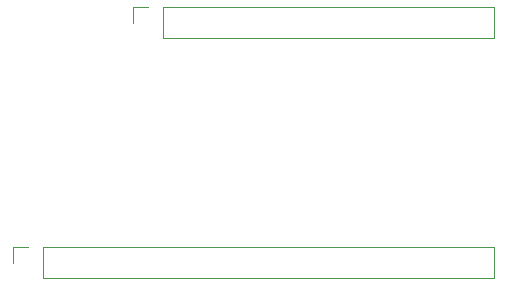
<source format=gbr>
G04 #@! TF.FileFunction,Legend,Bot*
%FSLAX46Y46*%
G04 Gerber Fmt 4.6, Leading zero omitted, Abs format (unit mm)*
G04 Created by KiCad (PCBNEW 4.0.6) date Wednesday, June 21, 2017 'PMt' 08:53:47 PM*
%MOMM*%
%LPD*%
G01*
G04 APERTURE LIST*
%ADD10C,0.100000*%
%ADD11C,0.120000*%
%ADD12C,0.150000*%
G04 APERTURE END LIST*
D10*
D11*
X101600000Y-86300000D02*
X129600000Y-86300000D01*
X129600000Y-86300000D02*
X129600000Y-88960000D01*
X129600000Y-88960000D02*
X101600000Y-88960000D01*
X101600000Y-88960000D02*
X101600000Y-86300000D01*
X100330000Y-86300000D02*
X99000000Y-86300000D01*
X99000000Y-86300000D02*
X99000000Y-87630000D01*
X91440000Y-106620000D02*
X129600000Y-106620000D01*
X129600000Y-106620000D02*
X129600000Y-109280000D01*
X129600000Y-109280000D02*
X91440000Y-109280000D01*
X91440000Y-109280000D02*
X91440000Y-106620000D01*
X90170000Y-106620000D02*
X88840000Y-106620000D01*
X88840000Y-106620000D02*
X88840000Y-107950000D01*
D12*
M02*

</source>
